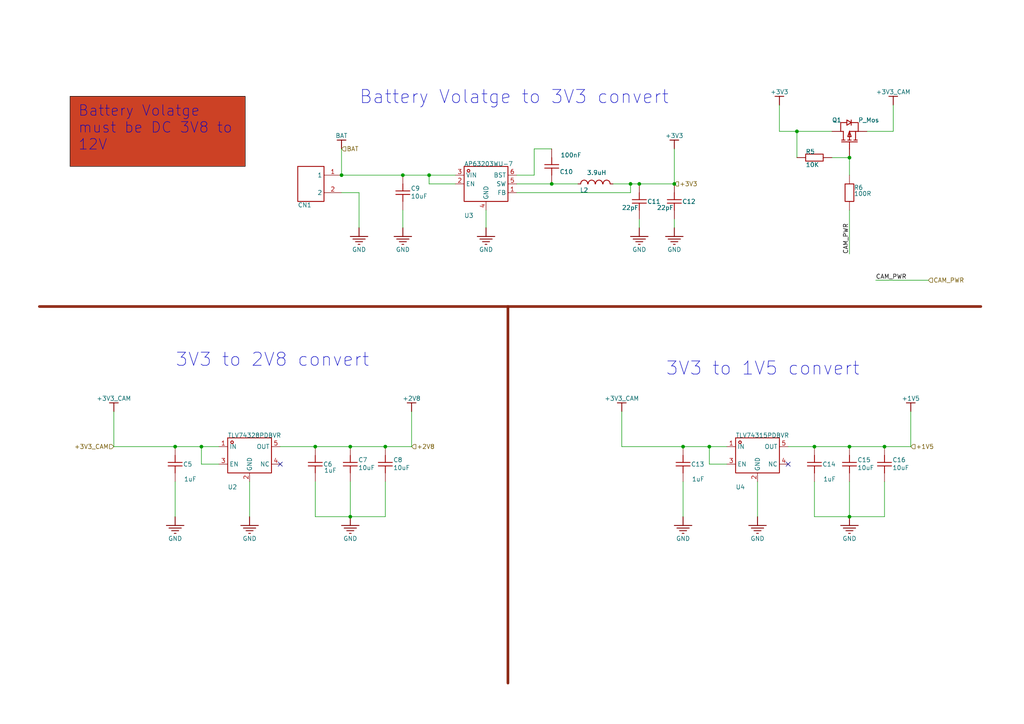
<source format=kicad_sch>
(kicad_sch (version 20231120) (generator "eeschema") (generator_version "8.0")
  (paper "A4")
  (lib_symbols
    (symbol "Power Conversion-altium-import:+1V5_BAR" (power)
      (property "Reference" "#PWR" (at 0 0 0))
      (property "Value" "+1V5" (at 0 3.81 0))
      (symbol "+1V5_BAR_0_0"
        (polyline (pts (xy -1.27 -2.54) (xy 1.27 -2.54)) (stroke (width 0.254)))
        (polyline (pts (xy 0 0) (xy 0 -2.54)) (stroke (width 0.254)))
        (pin power_in line (at 0 0 0) (length 0) hide (name "+1V5") (number ""))
      )
    )
    (symbol "Power Conversion-altium-import:+2V8_BAR" (power)
      (property "Reference" "#PWR" (at 0 0 0))
      (property "Value" "+2V8" (at 0 3.81 0))
      (symbol "+2V8_BAR_0_0"
        (polyline (pts (xy -1.27 -2.54) (xy 1.27 -2.54)) (stroke (width 0.254)))
        (polyline (pts (xy 0 0) (xy 0 -2.54)) (stroke (width 0.254)))
        (pin power_in line (at 0 0 0) (length 0) hide (name "+2V8") (number ""))
      )
    )
    (symbol "Power Conversion-altium-import:+3V3_BAR" (power)
      (property "Reference" "#PWR" (at 0 0 0))
      (property "Value" "+3V3" (at 0 3.81 0))
      (symbol "+3V3_BAR_0_0"
        (polyline (pts (xy -1.27 -2.54) (xy 1.27 -2.54)) (stroke (width 0.254)))
        (polyline (pts (xy 0 0) (xy 0 -2.54)) (stroke (width 0.254)))
        (pin power_in line (at 0 0 0) (length 0) hide (name "+3V3") (number ""))
      )
    )
    (symbol "Power Conversion-altium-import:+3V3_CAM_BAR" (power)
      (property "Reference" "#PWR" (at 0 0 0))
      (property "Value" "+3V3_CAM" (at 0 3.81 0))
      (symbol "+3V3_CAM_BAR_0_0"
        (polyline (pts (xy -1.27 -2.54) (xy 1.27 -2.54)) (stroke (width 0.254)))
        (polyline (pts (xy 0 0) (xy 0 -2.54)) (stroke (width 0.254)))
        (pin power_in line (at 0 0 0) (length 0) hide (name "+3V3_CAM") (number ""))
      )
    )
    (symbol "Power Conversion-altium-import:BAT_BAR" (power)
      (property "Reference" "#PWR" (at 0 0 0))
      (property "Value" "BAT" (at 0 3.81 0))
      (symbol "BAT_BAR_0_0"
        (polyline (pts (xy -1.27 -2.54) (xy 1.27 -2.54)) (stroke (width 0.254)))
        (polyline (pts (xy 0 0) (xy 0 -2.54)) (stroke (width 0.254)))
        (pin power_in line (at 0 0 0) (length 0) hide (name "BAT") (number ""))
      )
    )
    (symbol "Power Conversion-altium-import:GND_POWER_GROUND" (power)
      (property "Reference" "#PWR" (at 0 0 0))
      (property "Value" "GND" (at 0 6.35 0))
      (symbol "GND_POWER_GROUND_0_0"
        (polyline (pts (xy -2.54 -2.54) (xy 2.54 -2.54)) (stroke (width 0.254)))
        (polyline (pts (xy -1.778 -3.302) (xy 1.778 -3.302)) (stroke (width 0.254)))
        (polyline (pts (xy -1.016 -4.064) (xy 1.016 -4.064)) (stroke (width 0.254)))
        (polyline (pts (xy -0.254 -4.826) (xy 0.254 -4.826)) (stroke (width 0.254)))
        (polyline (pts (xy 0 0) (xy 0 -2.54)) (stroke (width 0.254)))
        (pin power_in line (at 0 0 0) (length 0) hide (name "GND") (number ""))
      )
    )
    (symbol "Power Conversion-altium-import:root_0_100nF SMD Ceramic 201"
      (symbol "root_0_100nF SMD Ceramic 201_1_0"
        (polyline (pts (xy -2.032 0.508) (xy 2.032 0.508)) (stroke (width 0.254) (color 160 0 0 1)))
        (polyline (pts (xy 0 -0.508) (xy 0 -2.54)) (stroke (width 0.254) (color 160 0 0 1)))
        (polyline (pts (xy 0 2.54) (xy 0 0.508)) (stroke (width 0.254) (color 160 0 0 1)))
        (polyline (pts (xy 2.032 -0.508) (xy -2.032 -0.508)) (stroke (width 0.254) (color 160 0 0 1)))
        (pin passive line (at 0 -5.08 90) (length 2.54) (name "1") (number "1"))
        (pin passive line (at 0 5.08 270) (length 2.54) (name "2") (number "2"))
      )
    )
    (symbol "Power Conversion-altium-import:root_0_10K SMD Ceramic 201"
      (symbol "root_0_10K SMD Ceramic 201_1_0"
        (rectangle (start -2.54 1.016) (end 2.54 -1.016) (stroke (width 0.254) (color 160 0 0 1)))
        (pin passive line (at -5.08 0 0) (length 2.54) (name "1") (number "1"))
        (pin passive line (at 5.08 0 180) (length 2.54) (name "2") (number "2"))
      )
    )
    (symbol "Power Conversion-altium-import:root_0_10uF SMD Ceramic 603"
      (symbol "root_0_10uF SMD Ceramic 603_1_0"
        (polyline (pts (xy -2.032 0.508) (xy 2.032 0.508)) (stroke (width 0.254) (color 160 0 0 1)))
        (polyline (pts (xy 0 -0.508) (xy 0 -2.54)) (stroke (width 0.254) (color 160 0 0 1)))
        (polyline (pts (xy 0 2.54) (xy 0 0.508)) (stroke (width 0.254) (color 160 0 0 1)))
        (polyline (pts (xy 2.032 -0.508) (xy -2.032 -0.508)) (stroke (width 0.254) (color 160 0 0 1)))
        (pin passive line (at 0 -5.08 90) (length 2.54) (name "1") (number "1"))
        (pin passive line (at 0 5.08 270) (length 2.54) (name "2") (number "2"))
      )
    )
    (symbol "Power Conversion-altium-import:root_0_3.9uH SMD PI"
      (symbol "root_0_3.9uH SMD PI_1_0"
        (polyline (pts (xy -4.288 0.015) (xy -4.238 0.431) (xy -4.238 0.431) (xy -4.019 0.786) (xy -4.019 0.786) (xy -3.678 1.02) (xy -3.678 1.02) (xy -3.276 1.1) (xy -3.276 1.1) (xy -2.874 1.019) (xy -2.874 1.019) (xy -2.534 0.785) (xy -2.534 0.785) (xy -2.315 0.43) (xy -2.315 0.43) (xy -2.265 0.014)) (stroke (width 0.254) (color 160 0 0 1)))
        (polyline (pts (xy -2.133 0.016) (xy -2.083 0.432) (xy -2.083 0.432) (xy -1.864 0.787) (xy -1.864 0.787) (xy -1.523 1.02) (xy -1.523 1.02) (xy -1.121 1.101) (xy -1.121 1.101) (xy -0.719 1.02) (xy -0.719 1.02) (xy -0.379 0.786) (xy -0.379 0.786) (xy -0.161 0.431) (xy -0.161 0.431) (xy -0.111 0.015)) (stroke (width 0.254) (color 160 0 0 1)))
        (polyline (pts (xy 0.017 0.016) (xy 0.068 0.432) (xy 0.068 0.432) (xy 0.287 0.787) (xy 0.287 0.787) (xy 0.627 1.02) (xy 0.627 1.02) (xy 1.029 1.101) (xy 1.029 1.101) (xy 1.431 1.02) (xy 1.431 1.02) (xy 1.772 0.786) (xy 1.772 0.786) (xy 1.99 0.431) (xy 1.99 0.431) (xy 2.04 0.015)) (stroke (width 0.254) (color 160 0 0 1)))
        (polyline (pts (xy 2.21 0.015) (xy 2.261 0.431) (xy 2.261 0.431) (xy 2.479 0.786) (xy 2.479 0.786) (xy 2.82 1.02) (xy 2.82 1.02) (xy 3.222 1.1) (xy 3.222 1.1) (xy 3.624 1.019) (xy 3.624 1.019) (xy 3.964 0.785) (xy 3.964 0.785) (xy 4.183 0.43) (xy 4.183 0.43) (xy 4.233 0.014)) (stroke (width 0.254) (color 160 0 0 1)))
        (pin passive line (at -5.08 0 0) (length 0.762) (name "1") (number "1"))
        (pin passive line (at 5.08 0 180) (length 0.762) (name "2") (number "2"))
      )
    )
    (symbol "Power Conversion-altium-import:root_0_AP63203"
      (symbol "root_0_AP63203_1_0"
        (rectangle (start -6.35 5.08) (end 6.35 -5.08) (stroke (width 0.254) (color 160 0 0 1)))
        (circle (center -5.08 3.81) (radius 0.381) (stroke (width 0.254) (color 160 0 0 1)))
        (pin passive line (at 8.89 -2.54 180) (length 2.54) (name "FB") (number "1"))
        (pin passive line (at -8.89 0 0) (length 2.54) (name "EN") (number "2"))
        (pin passive line (at -8.89 2.54 0) (length 2.54) (name "VIN") (number "3"))
        (pin passive line (at 0 -7.62 90) (length 2.54) (name "GND") (number "4"))
        (pin passive line (at 8.89 0 180) (length 2.54) (name "SW") (number "5"))
        (pin passive line (at 8.89 2.54 180) (length 2.54) (name "BST") (number "6"))
      )
    )
    (symbol "Power Conversion-altium-import:root_0_Connector 2P"
      (symbol "root_0_Connector 2P_1_0"
        (rectangle (start -6.35 5.08) (end 1.27 -5.08) (stroke (width 0.254) (color 160 0 0 1)))
        (pin passive line (at 6.35 2.54 180) (length 5.08) (name "1") (number "1"))
        (pin passive line (at 6.35 -2.54 180) (length 5.08) (name "2") (number "2"))
      )
    )
    (symbol "Power Conversion-altium-import:root_0_TLV74315"
      (symbol "root_0_TLV74315_1_0"
        (rectangle (start -7.62 5.08) (end 5.08 -5.08) (stroke (width 0.254) (color 160 0 0 1)))
        (circle (center -6.35 3.81) (radius 0.381) (stroke (width 0.254) (color 160 0 0 1)))
        (pin passive line (at -10.16 2.54 0) (length 2.54) (name "IN") (number "1"))
        (pin passive line (at -1.27 -7.62 90) (length 2.54) (name "GND") (number "2"))
        (pin passive line (at -10.16 -2.54 0) (length 2.54) (name "EN") (number "3"))
        (pin passive line (at 7.62 -2.54 180) (length 2.54) (name "NC") (number "4"))
        (pin passive line (at 7.62 2.54 180) (length 2.54) (name "OUT") (number "5"))
      )
    )
    (symbol "Power Conversion-altium-import:root_0_TLV74328"
      (symbol "root_0_TLV74328_1_0"
        (rectangle (start -6.35 5.08) (end 6.35 -5.08) (stroke (width 0.254) (color 160 0 0 1)))
        (circle (center -5.08 3.81) (radius 0.381) (stroke (width 0.254) (color 160 0 0 1)))
        (pin passive line (at -8.89 2.54 0) (length 2.54) (name "IN") (number "1"))
        (pin passive line (at 0 -7.62 90) (length 2.54) (name "GND") (number "2"))
        (pin passive line (at -8.89 -2.54 0) (length 2.54) (name "EN") (number "3"))
        (pin passive line (at 8.89 -2.54 180) (length 2.54) (name "NC") (number "4"))
        (pin passive line (at 8.89 2.54 180) (length 2.54) (name "OUT") (number "5"))
      )
    )
    (symbol "Power Conversion-altium-import:root_1_100R 402"
      (symbol "root_1_100R 402_1_0"
        (rectangle (start -1.27 2.54) (end 1.27 -2.54) (stroke (width 0.254) (color 160 0 0 1)))
        (pin passive line (at 0 -5.08 90) (length 2.54) (name "1") (number "1"))
        (pin passive line (at 0 5.08 270) (length 2.54) (name "2") (number "2"))
      )
    )
    (symbol "Power Conversion-altium-import:root_1_1uF Ceramic SMD 603"
      (symbol "root_1_1uF Ceramic SMD 603_1_0"
        (polyline (pts (xy -2.032 0.508) (xy 2.032 0.508)) (stroke (width 0.254) (color 160 0 0 1)))
        (polyline (pts (xy 0 -0.508) (xy 0 -2.54)) (stroke (width 0.254) (color 160 0 0 1)))
        (polyline (pts (xy 0 2.54) (xy 0 0.508)) (stroke (width 0.254) (color 160 0 0 1)))
        (polyline (pts (xy 2.032 -0.508) (xy -2.032 -0.508)) (stroke (width 0.254) (color 160 0 0 1)))
        (pin passive line (at 0 -5.08 90) (length 2.54) (name "1") (number "1"))
        (pin passive line (at 0 5.08 270) (length 2.54) (name "2") (number "2"))
      )
    )
    (symbol "Power Conversion-altium-import:root_1_22pF SMD Ceramic 603"
      (symbol "root_1_22pF SMD Ceramic 603_1_0"
        (polyline (pts (xy -2.032 0.508) (xy 2.032 0.508)) (stroke (width 0.254) (color 160 0 0 1)))
        (polyline (pts (xy 0 -0.508) (xy 0 -2.54)) (stroke (width 0.254) (color 160 0 0 1)))
        (polyline (pts (xy 0 2.54) (xy 0 0.508)) (stroke (width 0.254) (color 160 0 0 1)))
        (polyline (pts (xy 2.032 -0.508) (xy -2.032 -0.508)) (stroke (width 0.254) (color 160 0 0 1)))
        (pin passive line (at 0 -5.08 90) (length 2.54) (name "1") (number "1"))
        (pin passive line (at 0 5.08 270) (length 2.54) (name "2") (number "2"))
      )
    )
    (symbol "Power Conversion-altium-import:root_1_P channel msfet (AO3401A1)"
      (symbol "root_1_P channel msfet (AO3401A1)_1_0"
        (polyline (pts (xy -2.286 -0.508) (xy 2.286 -0.508)) (stroke (width 0.254) (color 160 0 0 1)))
        (polyline (pts (xy -1.778 2.54) (xy -1.778 0)) (stroke (width 0.254) (color 160 0 0 1)))
        (polyline (pts (xy -1.27 0) (xy -2.286 0)) (stroke (width 0.254) (color 160 0 0 1)))
        (polyline (pts (xy 0 -2.54) (xy 0 -0.508)) (stroke (width 0.254) (color 160 0 0 1)))
        (polyline (pts (xy 0.508 0) (xy -0.508 0)) (stroke (width 0.254) (color 160 0 0 1)))
        (polyline (pts (xy 1.778 2.54) (xy 1.778 0)) (stroke (width 0.254) (color 160 0 0 1)))
        (polyline (pts (xy 2.286 0) (xy 1.27 0)) (stroke (width 0.254) (color 160 0 0 1)))
        (polyline (pts (xy 0 0) (xy 0 2.54) (xy 0 2.54) (xy 2.54 2.54)) (stroke (width 0.254) (color 160 0 0 1)))
        (polyline (pts (xy 2.54 2.54) (xy 2.54 5.08) (xy 2.54 5.08) (xy 0.508 5.08)) (stroke (width 0.254) (color 160 0 0 1)))
        (polyline (pts (xy -1.778 2.54) (xy -2.54 2.54) (xy -2.54 2.54) (xy -2.54 5.08) (xy -2.54 5.08) (xy -0.762 5.08)) (stroke (width 0.254) (color 160 0 0 1)))
        (polyline (pts (xy 0 2.54) (xy -0.508 1.016) (xy -0.508 1.016) (xy 0.508 1.016) (xy 0.508 1.016) (xy 0 2.54)) (stroke (width 0.254) (color 160 0 0 1)))
        (polyline (pts (xy 0.508 5.08) (xy -0.762 5.842) (xy -0.762 5.842) (xy -0.762 4.318) (xy -0.762 4.318) (xy 0.508 5.08)) (stroke (width 0.254) (color 160 0 0 1)))
        (polyline (pts (xy 0.508 5.842) (xy 0.508 5.588) (xy 0.508 5.588) (xy 0.508 4.572) (xy 0.508 4.572) (xy 0.508 4.318)) (stroke (width 0.254) (color 160 0 0 1)))
        (pin passive line (at 0 -5.08 90) (length 2.54) (name "G") (number "1"))
        (pin passive line (at 5.08 2.54 180) (length 2.54) (name "S") (number "2"))
        (pin passive line (at -5.08 2.54 0) (length 2.54) (name "D") (number "3"))
      )
    )
  )
  (junction (at 231.14 38.1))
  (junction (at 58.42 129.54))
  (junction (at 246.38 129.54))
  (junction (at 101.6 129.54))
  (junction (at 101.6 149.86))
  (junction (at 185.42 53.34))
  (junction (at 256.54 129.54))
  (junction (at 124.46 50.8))
  (junction (at 116.84 50.8))
  (junction (at 160.02 53.34))
  (junction (at 111.76 129.54))
  (junction (at 236.22 129.54))
  (junction (at 50.8 129.54))
  (junction (at 182.88 53.34))
  (junction (at 246.38 45.72))
  (junction (at 99.06 50.8))
  (junction (at 195.58 53.34))
  (junction (at 91.44 129.54))
  (junction (at 205.74 129.54))
  (junction (at 246.38 149.86))
  (junction (at 198.12 129.54))
  (no_connect (at 81.28 134.62))
  (no_connect (at 228.6 134.62))
  (wire (pts (xy 132.08 50.8) (xy 124.46 50.8)))
  (wire (pts (xy 236.22 149.86) (xy 246.38 149.86)))
  (wire (pts (xy 251.46 38.1) (xy 259.08 38.1)))
  (wire (pts (xy 210.82 134.62) (xy 205.74 134.62)))
  (wire (pts (xy 259.08 38.1) (xy 259.08 30.48)))
  (wire (pts (xy 195.58 63.5) (xy 195.58 66.04)))
  (wire (pts (xy 124.46 53.34) (xy 124.46 50.8)))
  (wire (pts (xy 256.54 149.86) (xy 246.38 149.86)))
  (wire (pts (xy 246.38 129.54) (xy 256.54 129.54)))
  (wire (pts (xy 226.06 30.48) (xy 226.06 38.1)))
  (wire (pts (xy 104.14 55.88) (xy 104.14 66.04)))
  (wire (pts (xy 140.97 60.96) (xy 140.97 66.04)))
  (wire (pts (xy 91.44 139.7) (xy 91.44 149.86)))
  (wire (pts (xy 50.8 139.7) (xy 50.8 149.86)))
  (wire (pts (xy 132.08 53.34) (xy 124.46 53.34)))
  (wire (pts (xy 264.16 129.54) (xy 264.16 119.38)))
  (wire (pts (xy 154.94 50.8) (xy 154.94 43.18)))
  (wire (pts (xy 119.38 129.54) (xy 119.38 119.38)))
  (wire (pts (xy 111.76 139.7) (xy 111.76 149.86)))
  (wire (pts (xy 219.71 139.7) (xy 219.71 149.86)))
  (wire (pts (xy 198.12 139.7) (xy 198.12 149.86)))
  (wire (pts (xy 99.06 50.8) (xy 116.84 50.8)))
  (polyline (pts (xy 11.43 88.9) (xy 284.48 88.9)) (stroke (width 0.762) (type solid) (color 133 32 12 1)))
  (wire (pts (xy 58.42 129.54) (xy 63.5 129.54)))
  (wire (pts (xy 198.12 129.54) (xy 205.74 129.54)))
  (wire (pts (xy 236.22 139.7) (xy 236.22 149.86)))
  (wire (pts (xy 236.22 129.54) (xy 246.38 129.54)))
  (wire (pts (xy 50.8 129.54) (xy 58.42 129.54)))
  (wire (pts (xy 226.06 38.1) (xy 231.14 38.1)))
  (wire (pts (xy 256.54 139.7) (xy 256.54 149.86)))
  (wire (pts (xy 99.06 55.88) (xy 104.14 55.88)))
  (wire (pts (xy 182.88 53.34) (xy 185.42 53.34)))
  (wire (pts (xy 195.58 43.18) (xy 195.58 53.34)))
  (wire (pts (xy 180.34 129.54) (xy 198.12 129.54)))
  (wire (pts (xy 246.38 149.86) (xy 246.38 139.7)))
  (wire (pts (xy 33.02 129.54) (xy 50.8 129.54)))
  (wire (pts (xy 111.76 149.86) (xy 101.6 149.86)))
  (wire (pts (xy 154.94 43.18) (xy 160.02 43.18)))
  (wire (pts (xy 269.24 81.28) (xy 254 81.28)))
  (wire (pts (xy 231.14 38.1) (xy 241.3 38.1)))
  (wire (pts (xy 246.38 45.72) (xy 246.38 50.8)))
  (wire (pts (xy 101.6 129.54) (xy 111.76 129.54)))
  (wire (pts (xy 101.6 149.86) (xy 101.6 139.7)))
  (wire (pts (xy 149.86 53.34) (xy 160.02 53.34)))
  (wire (pts (xy 231.14 38.1) (xy 231.14 45.72)))
  (wire (pts (xy 81.28 129.54) (xy 91.44 129.54)))
  (wire (pts (xy 256.54 129.54) (xy 264.16 129.54)))
  (wire (pts (xy 91.44 129.54) (xy 101.6 129.54)))
  (wire (pts (xy 33.02 119.38) (xy 33.02 129.54)))
  (polyline (pts (xy 147.32 88.9) (xy 147.32 198.12)) (stroke (width 0.762) (type solid) (color 133 32 12 1)))
  (wire (pts (xy 246.38 60.96) (xy 246.38 73.66)))
  (wire (pts (xy 63.5 134.62) (xy 58.42 134.62)))
  (wire (pts (xy 116.84 60.96) (xy 116.84 66.04)))
  (wire (pts (xy 241.3 45.72) (xy 246.38 45.72)))
  (wire (pts (xy 58.42 134.62) (xy 58.42 129.54)))
  (wire (pts (xy 91.44 149.86) (xy 101.6 149.86)))
  (wire (pts (xy 149.86 55.88) (xy 182.88 55.88)))
  (wire (pts (xy 185.42 53.34) (xy 195.58 53.34)))
  (wire (pts (xy 177.8 53.34) (xy 182.88 53.34)))
  (wire (pts (xy 149.86 50.8) (xy 154.94 50.8)))
  (wire (pts (xy 205.74 134.62) (xy 205.74 129.54)))
  (wire (pts (xy 205.74 129.54) (xy 210.82 129.54)))
  (wire (pts (xy 228.6 129.54) (xy 236.22 129.54)))
  (wire (pts (xy 124.46 50.8) (xy 116.84 50.8)))
  (wire (pts (xy 111.76 129.54) (xy 119.38 129.54)))
  (wire (pts (xy 180.34 119.38) (xy 180.34 129.54)))
  (wire (pts (xy 99.06 50.8) (xy 99.06 43.18)))
  (wire (pts (xy 160.02 53.34) (xy 167.64 53.34)))
  (wire (pts (xy 185.42 63.5) (xy 185.42 66.04)))
  (wire (pts (xy 72.39 139.7) (xy 72.39 149.86)))
  (wire (pts (xy 182.88 55.88) (xy 182.88 53.34)))
  (text_box "Battery Volatge must be DC 3V8 to 12V" (at 71.12 27.94 0) (size -50.8 20.32) (stroke (width 0) (color 0 0 0 1)) (fill (type color) (color 204 65 37 1)) (effects (font (size 3.048 3.048)) (justify left top)))
  (text "3V3 to 2V8 convert" (at 50.8 106.68 0) (effects (font (size 3.81 3.81)) (justify left bottom)))
  (text "3V3 to 1V5 convert" (at 193.04 109.22 0) (effects (font (size 3.81 3.81)) (justify left bottom)))
  (text "Battery Volatge to 3V3 convert" (at 104.14 30.48 0) (effects (font (size 3.81 3.81)) (justify left bottom)))
  (label "CAM_PWR" (at 246.38 73.66 90))
  (label "CAM_PWR" (at 254 81.28 0))
  (hierarchical_label "+3V3_CAM" (shape input) (at 33.02 129.54 180))
  (hierarchical_label "CAM_PWR" (shape input) (at 269.24 81.28 0))
  (hierarchical_label "+3V3" (shape input) (at 195.58 53.34 0))
  (hierarchical_label "+1V5" (shape input) (at 264.16 129.54 0))
  (hierarchical_label "+2V8" (shape input) (at 119.38 129.54 0))
  (hierarchical_label "BAT" (shape input) (at 99.06 43.18 0))
  (symbol (lib_id "Power Conversion-altium-import:+3V3_CAM_BAR") (at 259.08 30.48 180) (unit 1)
    (property "Reference" "#PWR037" (effects (hide yes)))
    (property "Value" "+3V3_CAM" (at 259.08 26.67 0))
  )
  (symbol (lib_id "Power Conversion-altium-import:root_1_1uF Ceramic SMD 603") (at 50.8 134.62 0) (unit 1)
    (property "Reference" "C5" (at 53.086 135.382 0) (effects (justify left bottom)))
    (property "Value" "1uF" (at 53.34 139.7 0) (effects (justify left bottom)))
    (property "Footprint" "1uF Cap" (effects (hide yes)))
    (property "Description" "16V 1uF Y5V -20%~+80% 0603 Multilayer Ceramic Capacitors MLCC - SMD/SMT ROHS" (effects (hide yes)))
    (property "SYMBOL" "CS1608Y5V105Z160NRB" (effects (hide yes)))
    (property "DEVICE" "CS1608Y5V105Z160NRB" (effects (hide yes)))
    (property "LCSC PART NAME" "1uF -20%~+80% 16V" (effects (hide yes)))
    (property "SUPPLIER PART" "C5189821" (effects (hide yes)))
    (property "MANUFACTURER" "SAMWHA(三和)" (effects (hide yes)))
    (property "MANUFACTURER PART" "CS1608Y5V105Z160NRB" (effects (hide yes)))
    (property "SUPPLIER FOOTPRINT" "0603" (effects (hide yes)))
    (property "JLCPCB PART CLASS" "Extended Part" (effects (hide yes)))
    (property "DATASHEET" "https://atta.szlcsc.com/upload/public/pdf/source/20221012/139B9393213A50C271C48844AD3DF211.pdf" (effects (hide yes)))
    (property "SUPPLIER" "LCSC" (effects (hide yes)))
    (property "ADD INTO BOM" "yes" (effects (hide yes)))
    (property "CONVERT TO PCB" "yes" (effects (hide yes)))
    (property "ALTIUM_VALUE" "1uF" (effects (hide yes)))
    (property "TOLERANCE" "-20%~+80%" (effects (hide yes)))
  )
  (symbol (lib_id "Power Conversion-altium-import:+2V8_BAR") (at 119.38 119.38 180) (unit 1)
    (property "Reference" "#PWR027" (effects (hide yes)))
    (property "Value" "+2V8" (at 119.38 115.57 0))
  )
  (symbol (lib_id "Power Conversion-altium-import:root_0_TLV74328") (at 72.39 132.08 0) (unit 1)
    (property "Reference" "U2" (at 66.04 141.986 0) (effects (justify left bottom)))
    (property "Value" "TLV74328PDBVR" (at 66.04 127 0) (effects (justify left bottom)))
    (property "Footprint" "2V8 Converter (TLV74328)" (effects (hide yes)))
    (property "Description" "300mA 68dB Fixed 2.8V Positive electrode 5.5V SOT-23-5 Voltage Regulators - Linear, Low Drop Out (LDO) Regulators ROHS" (effects (hide yes)))
    (property "SYMBOL" "TLV74328PDBVR" (effects (hide yes)))
    (property "DEVICE" "TLV74328PDBVR" (effects (hide yes)))
    (property "LCSC PART NAME" "具有使能功能的 300mA、低 IQ、低压降稳压器" (effects (hide yes)))
    (property "SUPPLIER PART" "C408971" (effects (hide yes)))
    (property "MANUFACTURER" "TI(德州仪器)" (effects (hide yes)))
    (property "MANUFACTURER PART" "TLV74328PDBVR" (effects (hide yes)))
    (property "SUPPLIER FOOTPRINT" "SOT-23-5" (effects (hide yes)))
    (property "JLCPCB PART CLASS" "Extended Part" (effects (hide yes)))
    (property "DATASHEET" "https://www.ti.com/cn/lit/gpn/tlv743p" (effects (hide yes)))
    (property "SUPPLIER" "LCSC" (effects (hide yes)))
    (property "ADD INTO BOM" "yes" (effects (hide yes)))
    (property "CONVERT TO PCB" "yes" (effects (hide yes)))
    (property "OUTPUT TYPE" "Fixed" (effects (hide yes)))
    (property "MAXIMUM INPUT VOLTAGE" "5.5V" (effects (hide yes)))
    (property "OUTPUT VOLTAGE" "2.8V" (effects (hide yes)))
    (property "OUTPUT CURRENT" "300mA" (effects (hide yes)))
    (property "POWER SUPPLY REJECTION RATIO (PSRR)" "68dB" (effects (hide yes)))
    (property "DROPOUT VOLTAGE" "290mV@(300mA)" (effects (hide yes)))
    (property "STANDBY CURRENT" "60uA" (effects (hide yes)))
    (property "FEATURE" "防静电保护；低ESR；Thermal Protection(TSD)；欠压闭锁；Overcurrent Protection(OCP)；带使能" (effects (hide yes)))
    (property "OPERATING TEMPERATURE" "-40℃~+125℃@(Tj)" (effects (hide yes)))
    (property "OUTPUT POLARITY" "Positive electrode" (effects (hide yes)))
    (property "NUMBER OF OUTPUTS" "1" (effects (hide yes)))
  )
  (symbol (lib_id "Power Conversion-altium-import:root_0_AP63203") (at 140.97 53.34 0) (unit 1)
    (property "Reference" "U3" (at 134.62 63.246 0) (effects (justify left bottom)))
    (property "Value" "AP63203WU-7" (at 134.62 48.26 0) (effects (justify left bottom)))
    (property "Footprint" "3V3 Converter (AP63203)" (effects (hide yes)))
    (property "Description" "Step-down type Fixed 2A 3.3V 3.8V~32V TSOT-23-6 DC-DC Converters ROHS" (effects (hide yes)))
    (property "SYMBOL" "AP63203WU-7" (effects (hide yes)))
    (property "DEVICE" "AP63203WU-7" (effects (hide yes)))
    (property "LCSC PART NAME" "AP63203WU-7" (effects (hide yes)))
    (property "SUPPLIER PART" "C780769" (effects (hide yes)))
    (property "MANUFACTURER" "DIODES(美台)" (effects (hide yes)))
    (property "MANUFACTURER PART" "AP63203WU-7" (effects (hide yes)))
    (property "SUPPLIER FOOTPRINT" "TSOT-23-6" (effects (hide yes)))
    (property "JLCPCB PART CLASS" "Extended Part" (effects (hide yes)))
    (property "DATASHEET" "https://atta.szlcsc.com/upload/public/pdf/source/20210622/C780769_099C67289BD3EC61AAFB52D8B07125B3.pdf" (effects (hide yes)))
    (property "SUPPLIER" "LCSC" (effects (hide yes)))
    (property "ADD INTO BOM" "yes" (effects (hide yes)))
    (property "CONVERT TO PCB" "yes" (effects (hide yes)))
    (property "FUNCTION" "Step-down type" (effects (hide yes)))
    (property "OUTPUT TYPE" "Fixed" (effects (hide yes)))
    (property "INPUT VOLTAGE" "3.8V~32V" (effects (hide yes)))
    (property "OUTPUT VOLTAGE" "3.3V" (effects (hide yes)))
    (property "OUTPUT CURRENT (MAX)" "2A" (effects (hide yes)))
    (property "SWITCHING FREQUENCY" "1.1MHz" (effects (hide yes)))
    (property "OPERATING TEMPERATURE" "-40℃~+85℃@(TA)" (effects (hide yes)))
    (property "SYNCHRONOUS RECTIFICATION" "Yes" (effects (hide yes)))
    (property "NUMBER OF OUTPUTS" "1" (effects (hide yes)))
    (property "TOPOLOGY" "Step-down" (effects (hide yes)))
    (property "SWITCH TUBE (BUILT-IN/EXTERNAL)" "内置" (effects (hide yes)))
  )
  (symbol (lib_id "Power Conversion-altium-import:root_0_10uF SMD Ceramic 603") (at 111.76 134.62 0) (unit 1)
    (property "Reference" "C8" (at 114.046 134.112 0) (effects (justify left bottom)))
    (property "Value" "10uF" (at 114.046 136.398 0) (effects (justify left bottom)))
    (property "Footprint" "10uF SMD Ceramic 603" (effects (hide yes)))
    (property "Description" "10V 10uF B ±10% 0603 Multilayer Ceramic Capacitors MLCC - SMD/SMT ROHS" (effects (hide yes)))
    (property "NAMEALIAS" "Value" (effects (hide yes)))
    (property "CONTRIBUTOR" "LCSC" (effects (hide yes)))
    (property "SUPPLIER" "LCSC" (effects (hide yes)))
    (property "SUPPLIER PART" "C469532" (effects (hide yes)))
    (property "MANUFACTURER" "muRata(村田)" (effects (hide yes)))
    (property "MANUFACTURER PART" "GRM188B31A106KE69D" (effects (hide yes)))
    (property "JLCPCB PART CLASS" "Extended Part" (effects (hide yes)))
    (property "SPICEPRE" "C" (effects (hide yes)))
    (property "SPICESYMBOLNAME" "GRM188B31A106KE69D" (effects (hide yes)))
  )
  (symbol (lib_id "Power Conversion-altium-import:GND_POWER_GROUND") (at 72.39 149.86 0) (unit 1)
    (property "Reference" "#PWR022" (effects (hide yes)))
    (property "Value" "GND" (at 72.39 156.21 0))
  )
  (symbol (lib_id "Power Conversion-altium-import:+3V3_CAM_BAR") (at 180.34 119.38 180) (unit 1)
    (property "Reference" "#PWR029" (effects (hide yes)))
    (property "Value" "+3V3_CAM" (at 180.34 115.57 0))
  )
  (symbol (lib_id "Power Conversion-altium-import:+3V3_CAM_BAR") (at 33.02 119.38 180) (unit 1)
    (property "Reference" "#PWR020" (effects (hide yes)))
    (property "Value" "+3V3_CAM" (at 33.02 115.57 0))
  )
  (symbol (lib_id "Power Conversion-altium-import:root_0_10uF SMD Ceramic 603") (at 116.84 55.88 0) (unit 1)
    (property "Reference" "C9" (at 119.126 55.372 0) (effects (justify left bottom)))
    (property "Value" "10uF" (at 119.126 57.658 0) (effects (justify left bottom)))
    (property "Footprint" "10uF SMD Ceramic 603" (effects (hide yes)))
    (property "Description" "10V 10uF B ±10% 0603 Multilayer Ceramic Capacitors MLCC - SMD/SMT ROHS" (effects (hide yes)))
    (property "NAMEALIAS" "Value" (effects (hide yes)))
    (property "CONTRIBUTOR" "LCSC" (effects (hide yes)))
    (property "SUPPLIER" "LCSC" (effects (hide yes)))
    (property "SUPPLIER PART" "C469532" (effects (hide yes)))
    (property "MANUFACTURER" "muRata(村田)" (effects (hide yes)))
    (property "MANUFACTURER PART" "GRM188B31A106KE69D" (effects (hide yes)))
    (property "JLCPCB PART CLASS" "Extended Part" (effects (hide yes)))
    (property "SPICEPRE" "C" (effects (hide yes)))
    (property "SPICESYMBOLNAME" "GRM188B31A106KE69D" (effects (hide yes)))
  )
  (symbol (lib_id "Power Conversion-altium-import:root_0_Connector 2P") (at 92.71 53.34 0) (unit 1)
    (property "Reference" "CN1" (at 86.36 60.198 0) (effects (justify left bottom)))
    (property "Value" "${MANUFACTURER PART}" (effects (hide yes)))
    (property "Footprint" "Connector 2P" (effects (hide yes)))
    (property "Description" "1x2P 2P PH Tin 2 -25℃~+85℃ 2A 1 2mm Brass Direct Insert Plugin,P=2mm Wire To Board Connector ROHS" (effects (hide yes)))
    (property "SYMBOL" "B2B-PH-K-S(LF)(SN)" (effects (hide yes)))
    (property "DEVICE" "B2B-PH-K-S(LF)(SN)" (effects (hide yes)))
    (property "LCSC PART NAME" "1x2P 间距:2mm 直插 系列:PH" (effects (hide yes)))
    (property "SUPPLIER PART" "C131337" (effects (hide yes)))
    (property "MANUFACTURER" "JST" (effects (hide yes)))
    (property "MANUFACTURER PART" "B2B-PH-K-S(LF)(SN)" (effects (hide yes)))
    (property "SUPPLIER FOOTPRINT" "插件,P=2mm" (effects (hide yes)))
    (property "JLCPCB PART CLASS" "Extended Part" (effects (hide yes)))
    (property "DATASHEET" "https://atta.szlcsc.com/upload/public/pdf/source/20171026/C131342_15089839687311058815.pdf" (effects (hide yes)))
    (property "SUPPLIER" "LCSC" (effects (hide yes)))
    (property "ADD INTO BOM" "yes" (effects (hide yes)))
    (property "CONVERT TO PCB" "yes" (effects (hide yes)))
    (property "PINS STRUCTURE" "1x2P" (effects (hide yes)))
    (property "PITCH" "2mm" (effects (hide yes)))
    (property "MOUNTING STYLE" "Direct Insert" (effects (hide yes)))
    (property "REFERENCE SERIES" "PH" (effects (hide yes)))
    (property "NUMBER OF PINS" "2P" (effects (hide yes)))
    (property "NUMBER OF ROWS" "1" (effects (hide yes)))
    (property "NUMBER OF PINS PER ROW" "2" (effects (hide yes)))
    (property "ROW SPACING" "-" (effects (hide yes)))
    (property "CURRENT RATING (MAX)" "2A" (effects (hide yes)))
    (property "CONTACT MATERIAL" "Brass" (effects (hide yes)))
    (property "CONTACT PLATING" "Tin" (effects (hide yes)))
    (property "OPERATING TEMPERATURE RANGE" "-25℃~+85℃" (effects (hide yes)))
    (property "RATED VOLTAGE (MAX)" "100V" (effects (hide yes)))
    (property "PLASTIC MATERIAL" "PA66" (effects (hide yes)))
    (property "FLAME RETARDANT RATING" "UL94V-0" (effects (hide yes)))
    (property "SUPPLEMENTARY FEATURES" "K-leg punch" (effects (hide yes)))
    (property "COLOUR" "White" (effects (hide yes)))
    (property "Z-HEIGHT OF THE BOARD" "6mm" (effects (hide yes)))
    (property "X-LENGTH OF BOTTOM EDGE ON BOARD (SPACING LINE)" "5.9mm" (effects (hide yes)))
    (property "Y-WIDTH OF BOTTOM EDGE ON BOARD" "4.5mm" (effects (hide yes)))
  )
  (symbol (lib_id "Power Conversion-altium-import:+1V5_BAR") (at 264.16 119.38 180) (unit 1)
    (property "Reference" "#PWR038" (effects (hide yes)))
    (property "Value" "+1V5" (at 264.16 115.57 0))
  )
  (symbol (lib_id "Power Conversion-altium-import:GND_POWER_GROUND") (at 50.8 149.86 0) (unit 1)
    (property "Reference" "#PWR021" (effects (hide yes)))
    (property "Value" "GND" (at 50.8 156.21 0))
  )
  (symbol (lib_id "Power Conversion-altium-import:root_1_100R 402") (at 246.38 55.88 0) (unit 1)
    (property "Reference" "R6" (at 247.65 55.118 0) (effects (justify left bottom)))
    (property "Value" "100R" (at 247.65 56.896 0) (effects (justify left bottom)))
    (property "Footprint" "100R 402" (effects (hide yes)))
    (property "Description" "100mW Thick Film Resistors ±100ppm/℃ ±1% 100Ω 0402 Chip Resistor - Surface Mount ROHS" (effects (hide yes)))
    (property "SYMBOL" "ERJ2RKF1000X" (effects (hide yes)))
    (property "DEVICE" "ERJ2RKF1000X" (effects (hide yes)))
    (property "LCSC PART NAME" "100Ω ±1% 100mW 厚膜电阻" (effects (hide yes)))
    (property "SUPPLIER PART" "C413063" (effects (hide yes)))
    (property "MANUFACTURER" "PANASONIC(松下)" (effects (hide yes)))
    (property "MANUFACTURER PART" "ERJ2RKF1000X" (effects (hide yes)))
    (property "SUPPLIER FOOTPRINT" "0402" (effects (hide yes)))
    (property "JLCPCB PART CLASS" "Extended Part" (effects (hide yes)))
    (property "DATASHEET" "https://atta.szlcsc.com/upload/public/pdf/source/20190820/C413063_95D61CC78C57CA6EC5636452389D6E3B.pdf" (effects (hide yes)))
    (property "SUPPLIER" "LCSC" (effects (hide yes)))
    (property "ADD INTO BOM" "yes" (effects (hide yes)))
    (property "CONVERT TO PCB" "yes" (effects (hide yes)))
    (property "TYPE" "Thick Film Resistors" (effects (hide yes)))
    (property "ALTIUM_VALUE" "100Ω" (effects (hide yes)))
    (property "TOLERANCE" "±1%" (effects (hide yes)))
    (property "OVERLOAD VOLTAGE (MAX)" "-" (effects (hide yes)))
    (property "TEMPERATURE COEFFICIENT" "±100ppm/℃" (effects (hide yes)))
    (property "OPERATING TEMPERATURE RANGE" "-55℃~+155℃" (effects (hide yes)))
  )
  (symbol (lib_id "Power Conversion-altium-import:root_0_TLV74315") (at 220.98 132.08 0) (unit 1)
    (property "Reference" "U4" (at 213.36 141.986 0) (effects (justify left bottom)))
    (property "Value" "TLV74315PDBVR" (at 213.36 127 0) (effects (justify left bottom)))
    (property "Footprint" "1V5 Converter (TLV74215)" (effects (hide yes)))
    (property "Description" "300mA Fixed 1.5V Positive electrode 5.5V SOT-23-5 Voltage Regulators - Linear, Low Drop Out (LDO) Regulators ROHS" (effects (hide yes)))
    (property "SYMBOL" "TLV74315PDBVR" (effects (hide yes)))
    (property "DEVICE" "TLV74315PDBVR" (effects (hide yes)))
    (property "LCSC PART NAME" "具有使能功能的 300mA、低 IQ、低压降稳压器" (effects (hide yes)))
    (property "SUPPLIER PART" "C469895" (effects (hide yes)))
    (property "MANUFACTURER" "TI(德州仪器)" (effects (hide yes)))
    (property "MANUFACTURER PART" "TLV74315PDBVR" (effects (hide yes)))
    (property "SUPPLIER FOOTPRINT" "SOT-23-5" (effects (hide yes)))
    (property "JLCPCB PART CLASS" "Extended Part" (effects (hide yes)))
    (property "DATASHEET" "https://www.ti.com/cn/lit/gpn/tlv743p" (effects (hide yes)))
    (property "SUPPLIER" "LCSC" (effects (hide yes)))
    (property "ADD INTO BOM" "yes" (effects (hide yes)))
    (property "CONVERT TO PCB" "yes" (effects (hide yes)))
    (property "OUTPUT TYPE" "Fixed" (effects (hide yes)))
    (property "MAXIMUM INPUT VOLTAGE" "5.5V" (effects (hide yes)))
    (property "OUTPUT VOLTAGE" "1.5V" (effects (hide yes)))
    (property "OUTPUT CURRENT" "300mA" (effects (hide yes)))
    (property "DROPOUT VOLTAGE" "400mV@(300mA)" (effects (hide yes)))
    (property "STANDBY CURRENT" "60uA" (effects (hide yes)))
    (property "FEATURE" "防静电保护；Short-Circuit  Protection；低ESR；Thermal Protection(TSD)；欠压闭锁；Overcurrent Protection(OCP)；带使能" (effects (hide yes)))
    (property "OPERATING TEMPERATURE" "-40℃~+125℃@(Tj)" (effects (hide yes)))
    (property "OUTPUT POLARITY" "Positive electrode" (effects (hide yes)))
    (property "NUMBER OF OUTPUTS" "1" (effects (hide yes)))
  )
  (symbol (lib_id "Power Conversion-altium-import:root_1_P channel msfet (AO3401A1)") (at 246.38 40.64 0) (unit 1)
    (property "Reference" "Q1" (at 241.3 35.56 0) (effects (justify left bottom)))
    (property "Value" "P_Mos" (at 248.92 35.56 0) (effects (justify left bottom)))
    (property "Footprint" "P channel msfet (AO3401A1)" (effects (hide yes)))
    (property "Description" "30V 4A 44mΩ@10V,4.3A 1.4W 1.3V@250uA 1 Piece P-Channel SOT-23 MOSFETs ROHS" (effects (hide yes)))
    (property "SYMBOL" "AO3401A" (effects (hide yes)))
    (property "DEVICE" "AO3401A_C15127" (effects (hide yes)))
    (property "LCSC PART NAME" "1个P沟道 耐压:30V 电流:4A" (effects (hide yes)))
    (property "SUPPLIER PART" "C15127" (effects (hide yes)))
    (property "MANUFACTURER" "AOS" (effects (hide yes)))
    (property "MANUFACTURER PART" "AO3401A" (effects (hide yes)))
    (property "SUPPLIER FOOTPRINT" "SOT-23" (effects (hide yes)))
    (property "JLCPCB PART CLASS" "Basic Part" (effects (hide yes)))
    (property "DATASHEET" "https://atta.szlcsc.com/upload/public/pdf/source/20160507/1462613609053.pdf" (effects (hide yes)))
    (property "SUPPLIER" "LCSC" (effects (hide yes)))
    (property "ADD INTO BOM" "yes" (effects (hide yes)))
    (property "CONVERT TO PCB" "yes" (effects (hide yes)))
    (property "TYPE" "1个PChannel" (effects (hide yes)))
    (property "DRAIN SOURCE ON RESISTANCE (RDS(ON)@VGS,ID)" "44mΩ@10V,4.3A" (effects (hide yes)))
    (property "GATE THRESHOLD VOLTAGE (VGS(TH)@ID)" "1.3V@250uA" (effects (hide yes)))
    (property "TOTAL GATE CHARGE (QG@VGS)" "12.2nC@4.5V" (effects (hide yes)))
    (property "INPUT CAPACITANCE (CISS@VDS)" "1.2nF@15V" (effects (hide yes)))
    (property "OPERATING TEMPERATURE" "-55℃~+150℃@(Tj)" (effects (hide yes)))
  )
  (symbol (lib_id "Power Conversion-altium-import:BAT_BAR") (at 99.06 43.18 180) (unit 1)
    (property "Reference" "#PWR023" (effects (hide yes)))
    (property "Value" "BAT" (at 99.06 39.37 0))
  )
  (symbol (lib_id "Power Conversion-altium-import:root_1_1uF Ceramic SMD 603") (at 91.44 134.62 0) (unit 1)
    (property "Reference" "C6" (at 93.726 135.382 0) (effects (justify left bottom)))
    (property "Value" "1uF" (at 93.98 137.16 0) (effects (justify left bottom)))
    (property "Footprint" "1uF Cap" (effects (hide yes)))
    (property "Description" "16V 1uF Y5V -20%~+80% 0603 Multilayer Ceramic Capacitors MLCC - SMD/SMT ROHS" (effects (hide yes)))
    (property "SYMBOL" "CS1608Y5V105Z160NRB" (effects (hide yes)))
    (property "DEVICE" "CS1608Y5V105Z160NRB" (effects (hide yes)))
    (property "LCSC PART NAME" "1uF -20%~+80% 16V" (effects (hide yes)))
    (property "SUPPLIER PART" "C5189821" (effects (hide yes)))
    (property "MANUFACTURER" "SAMWHA(三和)" (effects (hide yes)))
    (property "MANUFACTURER PART" "CS1608Y5V105Z160NRB" (effects (hide yes)))
    (property "SUPPLIER FOOTPRINT" "0603" (effects (hide yes)))
    (property "JLCPCB PART CLASS" "Extended Part" (effects (hide yes)))
    (property "DATASHEET" "https://atta.szlcsc.com/upload/public/pdf/source/20221012/139B9393213A50C271C48844AD3DF211.pdf" (effects (hide yes)))
    (property "SUPPLIER" "LCSC" (effects (hide yes)))
    (property "ADD INTO BOM" "yes" (effects (hide yes)))
    (property "CONVERT TO PCB" "yes" (effects (hide yes)))
    (property "ALTIUM_VALUE" "1uF" (effects (hide yes)))
    (property "TOLERANCE" "-20%~+80%" (effects (hide yes)))
  )
  (symbol (lib_id "Power Conversion-altium-import:root_0_10K SMD Ceramic 201") (at 236.22 45.72 0) (unit 1)
    (property "Reference" "R5" (at 233.68 44.704 0) (effects (justify left bottom)))
    (property "Value" "10K" (at 233.68 48.514 0) (effects (justify left bottom)))
    (property "Footprint" "10K SMD Ceramic 201" (effects (hide yes)))
    (property "Description" "50mW Thick Film Resistors 25V ±1% ±200ppm/℃ 10kΩ 0201 Chip Resistor - Surface Mount ROHS" (effects (hide yes)))
    (property "SYMBOL" "AF0201FR-0710KL" (effects (hide yes)))
    (property "DEVICE" "AF0201FR-0710KL" (effects (hide yes)))
    (property "LCSC PART NAME" "厚膜电阻 10kΩ ±1% 50mW" (effects (hide yes)))
    (property "SUPPLIER PART" "C143978" (effects (hide yes)))
    (property "MANUFACTURER" "YAGEO(国巨)" (effects (hide yes)))
    (property "MANUFACTURER PART" "AF0201FR-0710KL" (effects (hide yes)))
    (property "SUPPLIER FOOTPRINT" "0201" (effects (hide yes)))
    (property "JLCPCB PART CLASS" "Extended Part" (effects (hide yes)))
    (property "DATASHEET" "https://atta.szlcsc.com/upload/public/pdf/source/20180927/C229861_4ABDC471507C1ED6AFB4BA66AFC8620A.pdf" (effects (hide yes)))
    (property "SUPPLIER" "LCSC" (effects (hide yes)))
    (property "ADD INTO BOM" "yes" (effects (hide yes)))
    (property "CONVERT TO PCB" "yes" (effects (hide yes)))
    (property "TYPE" "Thick Film Resistors" (effects (hide yes)))
    (property "ALTIUM_VALUE" "10kΩ" (effects (hide yes)))
    (property "TOLERANCE" "±1%" (effects (hide yes)))
    (property "TEMPERATURE COEFFICIENT" "±200ppm/℃" (effects (hide yes)))
    (property "OPERATING TEMPERATURE RANGE" "-55℃~+125℃" (effects (hide yes)))
  )
  (symbol (lib_id "Power Conversion-altium-import:GND_POWER_GROUND") (at 101.6 149.86 0) (unit 1)
    (property "Reference" "#PWR024" (effects (hide yes)))
    (property "Value" "GND" (at 101.6 156.21 0))
  )
  (symbol (lib_id "Power Conversion-altium-import:root_1_22pF SMD Ceramic 603") (at 185.42 58.42 0) (unit 1)
    (property "Reference" "C11" (at 187.706 59.182 0) (effects (justify left bottom)))
    (property "Value" "22pF" (at 180.34 60.96 0) (effects (justify left bottom)))
    (property "Footprint" "22pF SMD Ceramic 603" (effects (hide yes)))
    (property "Description" "16V 22pF C0G ±5% 0603 Multilayer Ceramic Capacitors MLCC - SMD/SMT ROHS" (effects (hide yes)))
    (property "SYMBOL" "C0603C220J4GAC7867" (effects (hide yes)))
    (property "DEVICE" "C0603C220J4GAC7867" (effects (hide yes)))
    (property "LCSC PART NAME" "22pF ±5% 16V" (effects (hide yes)))
    (property "SUPPLIER PART" "C561800" (effects (hide yes)))
    (property "MANUFACTURER" "KEMET(基美)" (effects (hide yes)))
    (property "MANUFACTURER PART" "C0603C220J4GAC7867" (effects (hide yes)))
    (property "SUPPLIER FOOTPRINT" "0603" (effects (hide yes)))
    (property "JLCPCB PART CLASS" "Extended Part" (effects (hide yes)))
    (property "DATASHEET" "https://atta.szlcsc.com/upload/public/pdf/source/20200618/C561800_1756A88345AB30E1FCE50DFDDC46141D.pdf" (effects (hide yes)))
    (property "SUPPLIER" "LCSC" (effects (hide yes)))
    (property "ADD INTO BOM" "yes" (effects (hide yes)))
    (property "CONVERT TO PCB" "yes" (effects (hide yes)))
    (property "ALTIUM_VALUE" "22pF" (effects (hide yes)))
    (property "TOLERANCE" "±5%" (effects (hide yes)))
  )
  (symbol (lib_id "Power Conversion-altium-import:root_0_10uF SMD Ceramic 603") (at 101.6 134.62 0) (unit 1)
    (property "Reference" "C7" (at 103.886 134.112 0) (effects (justify left bottom)))
    (property "Value" "10uF" (at 103.886 136.398 0) (effects (justify left bottom)))
    (property "Footprint" "10uF SMD Ceramic 603" (effects (hide yes)))
    (property "Description" "10V 10uF B ±10% 0603 Multilayer Ceramic Capacitors MLCC - SMD/SMT ROHS" (effects (hide yes)))
    (property "NAMEALIAS" "Value" (effects (hide yes)))
    (property "CONTRIBUTOR" "LCSC" (effects (hide yes)))
    (property "SUPPLIER" "LCSC" (effects (hide yes)))
    (property "SUPPLIER PART" "C469532" (effects (hide yes)))
    (property "MANUFACTURER" "muRata(村田)" (effects (hide yes)))
    (property "MANUFACTURER PART" "GRM188B31A106KE69D" (effects (hide yes)))
    (property "JLCPCB PART CLASS" "Extended Part" (effects (hide yes)))
    (property "SPICEPRE" "C" (effects (hide yes)))
    (property "SPICESYMBOLNAME" "GRM188B31A106KE69D" (effects (hide yes)))
  )
  (symbol (lib_id "Power Conversion-altium-import:root_1_1uF Ceramic SMD 603") (at 198.12 134.62 0) (unit 1)
    (property "Reference" "C13" (at 200.406 135.382 0) (effects (justify left bottom)))
    (property "Value" "1uF" (at 200.66 139.7 0) (effects (justify left bottom)))
    (property "Footprint" "1uF Cap" (effects (hide yes)))
    (property "Description" "16V 1uF Y5V -20%~+80% 0603 Multilayer Ceramic Capacitors MLCC - SMD/SMT ROHS" (effects (hide yes)))
    (property "SYMBOL" "CS1608Y5V105Z160NRB" (effects (hide yes)))
    (property "DEVICE" "CS1608Y5V105Z160NRB" (effects (hide yes)))
    (property "LCSC PART NAME" "1uF -20%~+80% 16V" (effects (hide yes)))
    (property "SUPPLIER PART" "C5189821" (effects (hide yes)))
    (property "MANUFACTURER" "SAMWHA(三和)" (effects (hide yes)))
    (property "MANUFACTURER PART" "CS1608Y5V105Z160NRB" (effects (hide yes)))
    (property "SUPPLIER FOOTPRINT" "0603" (effects (hide yes)))
    (property "JLCPCB PART CLASS" "Extended Part" (effects (hide yes)))
    (property "DATASHEET" "https://atta.szlcsc.com/upload/public/pdf/source/20221012/139B9393213A50C271C48844AD3DF211.pdf" (effects (hide yes)))
    (property "SUPPLIER" "LCSC" (effects (hide yes)))
    (property "ADD INTO BOM" "yes" (effects (hide yes)))
    (property "CONVERT TO PCB" "yes" (effects (hide yes)))
    (property "ALTIUM_VALUE" "1uF" (effects (hide yes)))
    (property "TOLERANCE" "-20%~+80%" (effects (hide yes)))
  )
  (symbol (lib_id "Power Conversion-altium-import:GND_POWER_GROUND") (at 185.42 66.04 0) (unit 1)
    (property "Reference" "#PWR030" (effects (hide yes)))
    (property "Value" "GND" (at 185.42 72.39 0))
  )
  (symbol (lib_id "Power Conversion-altium-import:root_0_3.9uH SMD PI") (at 172.72 53.34 0) (unit 1)
    (property "Reference" "L2" (at 168.178 55.88 0) (effects (justify left bottom)))
    (property "Value" "3.9uH" (at 170.18 50.8 0) (effects (justify left bottom)))
    (property "Footprint" "3.9uH power Inductor" (effects (hide yes)))
    (property "Description" "1.5A 3.9uH ±20% 1.4A SMD,3x3mm Power Inductors ROHS" (effects (hide yes)))
    (property "SYMBOL" "FNR3015S3R9MT" (effects (hide yes)))
    (property "DEVICE" "FNR3015S3R9MT" (effects (hide yes)))
    (property "LCSC PART NAME" "3.9uH ±20% 1.4A" (effects (hide yes)))
    (property "SUPPLIER PART" "C167751" (effects (hide yes)))
    (property "MANUFACTURER" "cjiang(长江微电)" (effects (hide yes)))
    (property "MANUFACTURER PART" "FNR3015S3R9MT" (effects (hide yes)))
    (property "SUPPLIER FOOTPRINT" "SMD,3x3mm" (effects (hide yes)))
    (property "JLCPCB PART CLASS" "Extended Part" (effects (hide yes)))
    (property "DATASHEET" "https://atta.szlcsc.com/upload/public/pdf/source/20190327/C167925_9EFF0AABC4CA629C2CC95961DBF7D39D.pdf" (effects (hide yes)))
    (property "SUPPLIER" "LCSC" (effects (hide yes)))
    (property "ADD INTO BOM" "yes" (effects (hide yes)))
    (property "CONVERT TO PCB" "yes" (effects (hide yes)))
    (property "ALTIUM_VALUE" "3.9uH" (effects (hide yes)))
    (property "TOLERANCE" "±20%" (effects (hide yes)))
    (property "SATURATION CURRENT (ISAT)" "1.4A" (effects (hide yes)))
    (property "DC RESISTANCE (DCR)" "137mΩ" (effects (hide yes)))
  )
  (symbol (lib_id "Power Conversion-altium-import:root_1_22pF SMD Ceramic 603") (at 195.58 58.42 0) (unit 1)
    (property "Reference" "C12" (at 197.866 59.182 0) (effects (justify left bottom)))
    (property "Value" "22pF" (at 190.5 60.96 0) (effects (justify left bottom)))
    (property "Footprint" "22pF SMD Ceramic 603" (effects (hide yes)))
    (property "Description" "16V 22pF C0G ±5% 0603 Multilayer Ceramic Capacitors MLCC - SMD/SMT ROHS" (effects (hide yes)))
    (property "SYMBOL" "C0603C220J4GAC7867" (effects (hide yes)))
    (property "DEVICE" "C0603C220J4GAC7867" (effects (hide yes)))
    (property "LCSC PART NAME" "22pF ±5% 16V" (effects (hide yes)))
    (property "SUPPLIER PART" "C561800" (effects (hide yes)))
    (property "MANUFACTURER" "KEMET(基美)" (effects (hide yes)))
    (property "MANUFACTURER PART" "C0603C220J4GAC7867" (effects (hide yes)))
    (property "SUPPLIER FOOTPRINT" "0603" (effects (hide yes)))
    (property "JLCPCB PART CLASS" "Extended Part" (effects (hide yes)))
    (property "DATASHEET" "https://atta.szlcsc.com/upload/public/pdf/source/20200618/C561800_1756A88345AB30E1FCE50DFDDC46141D.pdf" (effects (hide yes)))
    (property "SUPPLIER" "LCSC" (effects (hide yes)))
    (property "ADD INTO BOM" "yes" (effects (hide yes)))
    (property "CONVERT TO PCB" "yes" (effects (hide yes)))
    (property "ALTIUM_VALUE" "22pF" (effects (hide yes)))
    (property "TOLERANCE" "±5%" (effects (hide yes)))
  )
  (symbol (lib_id "Power Conversion-altium-import:GND_POWER_GROUND") (at 198.12 149.86 0) (unit 1)
    (property "Reference" "#PWR033" (effects (hide yes)))
    (property "Value" "GND" (at 198.12 156.21 0))
  )
  (symbol (lib_id "Power Conversion-altium-import:+3V3_BAR") (at 195.58 43.18 180) (unit 1)
    (property "Reference" "#PWR031" (effects (hide yes)))
    (property "Value" "+3V3" (at 195.58 39.37 0))
  )
  (symbol (lib_id "Power Conversion-altium-import:root_0_100nF SMD Ceramic 201") (at 160.02 48.26 0) (unit 1)
    (property "Reference" "C10" (at 162.306 50.546 0) (effects (justify left bottom)))
    (property "Value" "100nF" (at 162.56 45.72 0) (effects (justify left bottom)))
    (property "Footprint" "100nF SMD Ceramic 201" (effects (hide yes)))
    (property "Description" "10V 100nF X5R ±10% 0201 Multilayer Ceramic Capacitors MLCC - SMD/SMT ROHS" (effects (hide yes)))
    (property "SYMBOL" "GRM033R61A104KE84D" (effects (hide yes)))
    (property "DEVICE" "GRM033R61A104KE84D" (effects (hide yes)))
    (property "LCSC PART NAME" "100nF ±10% 10V" (effects (hide yes)))
    (property "SUPPLIER PART" "C161466" (effects (hide yes)))
    (property "MANUFACTURER" "muRata(村田)" (effects (hide yes)))
    (property "MANUFACTURER PART" "GRM033R61A104KE84D" (effects (hide yes)))
    (property "SUPPLIER FOOTPRINT" "0201" (effects (hide yes)))
    (property "JLCPCB PART CLASS" "Extended Part" (effects (hide yes)))
    (property "DATASHEET" "https://atta.szlcsc.com/upload/public/pdf/source/20181011/C161466_67687620A192BB2B75972275444AF1E7.pdf" (effects (hide yes)))
    (property "SUPPLIER" "LCSC" (effects (hide yes)))
    (property "ADD INTO BOM" "yes" (effects (hide yes)))
    (property "CONVERT TO PCB" "yes" (effects (hide yes)))
    (property "ALTIUM_VALUE" "100nF" (effects (hide yes)))
    (property "TOLERANCE" "±10%" (effects (hide yes)))
  )
  (symbol (lib_id "Power Conversion-altium-import:root_0_10uF SMD Ceramic 603") (at 256.54 134.62 0) (unit 1)
    (property "Reference" "C16" (at 258.826 134.112 0) (effects (justify left bottom)))
    (property "Value" "10uF" (at 258.826 136.398 0) (effects (justify left bottom)))
    (property "Footprint" "10uF SMD Ceramic 603" (effects (hide yes)))
    (property "Description" "10V 10uF B ±10% 0603 Multilayer Ceramic Capacitors MLCC - SMD/SMT ROHS" (effects (hide yes)))
    (property "NAMEALIAS" "Value" (effects (hide yes)))
    (property "CONTRIBUTOR" "LCSC" (effects (hide yes)))
    (property "SUPPLIER" "LCSC" (effects (hide yes)))
    (property "SUPPLIER PART" "C469532" (effects (hide yes)))
    (property "MANUFACTURER" "muRata(村田)" (effects (hide yes)))
    (property "MANUFACTURER PART" "GRM188B31A106KE69D" (effects (hide yes)))
    (property "JLCPCB PART CLASS" "Extended Part" (effects (hide yes)))
    (property "SPICEPRE" "C" (effects (hide yes)))
    (property "SPICESYMBOLNAME" "GRM188B31A106KE69D" (effects (hide yes)))
  )
  (symbol (lib_id "Power Conversion-altium-import:root_1_1uF Ceramic SMD 603") (at 236.22 134.62 0) (unit 1)
    (property "Reference" "C14" (at 238.506 135.382 0) (effects (justify left bottom)))
    (property "Value" "1uF" (at 238.76 139.7 0) (effects (justify left bottom)))
    (property "Footprint" "1uF Cap" (effects (hide yes)))
    (property "Description" "16V 1uF Y5V -20%~+80% 0603 Multilayer Ceramic Capacitors MLCC - SMD/SMT ROHS" (effects (hide yes)))
    (property "SYMBOL" "CS1608Y5V105Z160NRB" (effects (hide yes)))
    (property "DEVICE" "CS1608Y5V105Z160NRB" (effects (hide yes)))
    (property "LCSC PART NAME" "1uF -20%~+80% 16V" (effects (hide yes)))
    (property "SUPPLIER PART" "C5189821" (effects (hide yes)))
    (property "MANUFACTURER" "SAMWHA(三和)" (effects (hide yes)))
    (property "MANUFACTURER PART" "CS1608Y5V105Z160NRB" (effects (hide yes)))
    (property "SUPPLIER FOOTPRINT" "0603" (effects (hide yes)))
    (property "JLCPCB PART CLASS" "Extended Part" (effects (hide yes)))
    (property "DATASHEET" "https://atta.szlcsc.com/upload/public/pdf/source/20221012/139B9393213A50C271C48844AD3DF211.pdf" (effects (hide yes)))
    (property "SUPPLIER" "LCSC" (effects (hide yes)))
    (property "ADD INTO BOM" "yes" (effects (hide yes)))
    (property "CONVERT TO PCB" "yes" (effects (hide yes)))
    (property "ALTIUM_VALUE" "1uF" (effects (hide yes)))
    (property "TOLERANCE" "-20%~+80%" (effects (hide yes)))
  )
  (symbol (lib_id "Power Conversion-altium-import:GND_POWER_GROUND") (at 140.97 66.04 0) (unit 1)
    (property "Reference" "#PWR028" (effects (hide yes)))
    (property "Value" "GND" (at 140.97 72.39 0))
  )
  (symbol (lib_id "Power Conversion-altium-import:GND_POWER_GROUND") (at 246.38 149.86 0) (unit 1)
    (property "Reference" "#PWR036" (effects (hide yes)))
    (property "Value" "GND" (at 246.38 156.21 0))
  )
  (symbol (lib_id "Power Conversion-altium-import:GND_POWER_GROUND") (at 195.58 66.04 0) (unit 1)
    (property "Reference" "#PWR032" (effects (hide yes)))
    (property "Value" "GND" (at 195.58 72.39 0))
  )
  (symbol (lib_id "Power Conversion-altium-import:GND_POWER_GROUND") (at 219.71 149.86 0) (unit 1)
    (property "Reference" "#PWR034" (effects (hide yes)))
    (property "Value" "GND" (at 219.71 156.21 0))
  )
  (symbol (lib_id "Power Conversion-altium-import:+3V3_BAR") (at 226.06 30.48 180) (unit 1)
    (property "Reference" "#PWR035" (effects (hide yes)))
    (property "Value" "+3V3" (at 226.06 26.67 0))
  )
  (symbol (lib_id "Power Conversion-altium-import:GND_POWER_GROUND") (at 104.14 66.04 0) (unit 1)
    (property "Reference" "#PWR025" (effects (hide yes)))
    (property "Value" "GND" (at 104.14 72.39 0))
  )
  (symbol (lib_id "Power Conversion-altium-import:GND_POWER_GROUND") (at 116.84 66.04 0) (unit 1)
    (property "Reference" "#PWR026" (effects (hide yes)))
    (property "Value" "GND" (at 116.84 72.39 0))
  )
  (symbol (lib_id "Power Conversion-altium-import:root_0_10uF SMD Ceramic 603") (at 246.38 134.62 0) (unit 1)
    (property "Reference" "C15" (at 248.666 134.112 0) (effects (justify left bottom)))
    (property "Value" "10uF" (at 248.666 136.398 0) (effects (justify left bottom)))
    (property "Footprint" "10uF SMD Ceramic 603" (effects (hide yes)))
    (property "Description" "10V 10uF B ±10% 0603 Multilayer Ceramic Capacitors MLCC - SMD/SMT ROHS" (effects (hide yes)))
    (property "NAMEALIAS" "Value" (effects (hide yes)))
    (property "CONTRIBUTOR" "LCSC" (effects (hide yes)))
    (property "SUPPLIER" "LCSC" (effects (hide yes)))
    (property "SUPPLIER PART" "C469532" (effects (hide yes)))
    (property "MANUFACTURER" "muRata(村田)" (effects (hide yes)))
    (property "MANUFACTURER PART" "GRM188B31A106KE69D" (effects (hide yes)))
    (property "JLCPCB PART CLASS" "Extended Part" (effects (hide yes)))
    (property "SPICEPRE" "C" (effects (hide yes)))
    (property "SPICESYMBOLNAME" "GRM188B31A106KE69D" (effects (hide yes)))
  )
)
</source>
